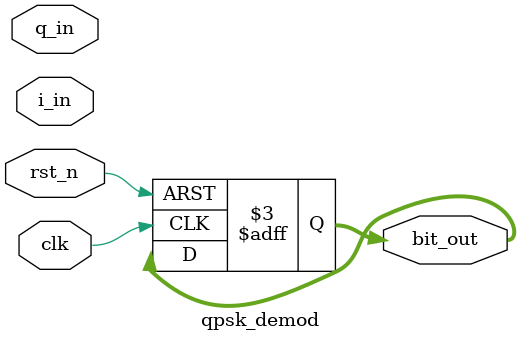
<source format=sv>
module qpsk_demod (
    input  logic         clk,
    input  logic         rst_n,       // Active-low reset
    input  logic signed [4:0] i_in,  // I input in Q10 format
    input  logic signed [4:0] q_in,  // Q input in Q10 format
    output logic [1:0]   bit_out      // Demodulated 2-bit symbol
);

    // Gray-coded QPSK demodulation using I/Q sign bits:
    // 00: I≥0, Q≥0 → symbol 00
    // 10: I<0,  Q≥0 → symbol 01
    // 11: I<0,  Q<0  → symbol 11
    // 01: I≥0, Q<0  → symbol 10

    always_ff @(posedge clk or negedge rst_n) begin
        if (!rst_n)
            bit_out <= 2'b00;
        else begin
            case ({i_in[7], q_in[7]})  // use sign bits only
                2'b00: bit_out <= 2'b00;
                2'b10: bit_out <= 2'b01;
                2'b11: bit_out <= 2'b11;
                2'b01: bit_out <= 2'b10;
            endcase
        end
    end

endmodule

</source>
